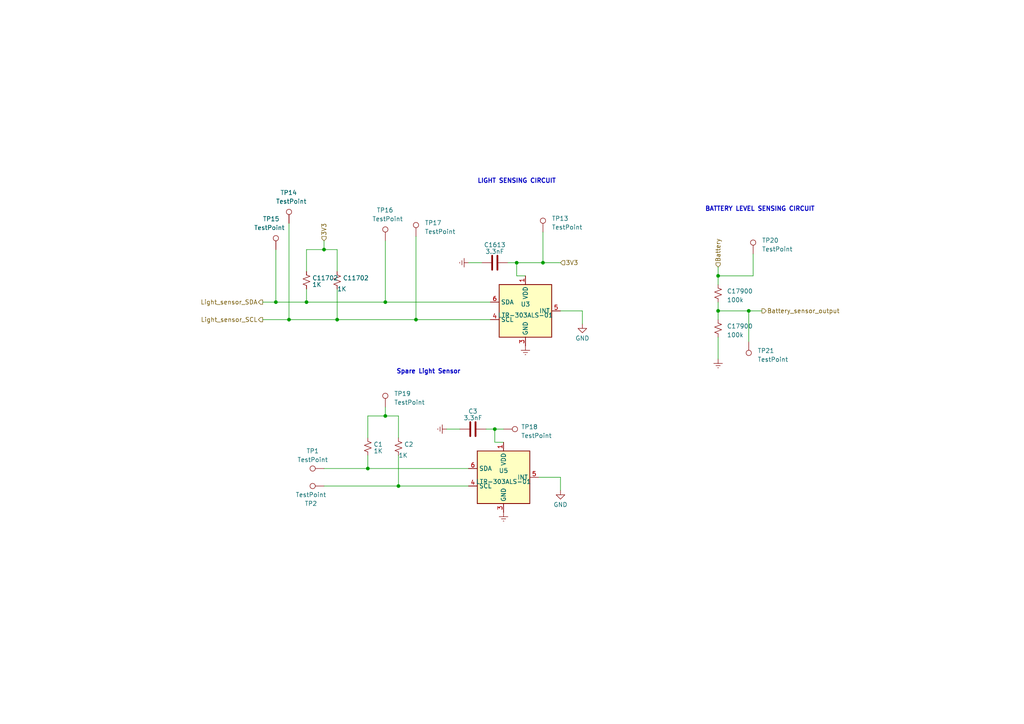
<source format=kicad_sch>
(kicad_sch (version 20230121) (generator eeschema)
  (paper "A4")
  (lib_symbols
    (symbol "Connector:TestPoint" (pin_numbers hide) (pin_names (offset 0.762) hide)
      (property "Reference" "TP" (at 0 6.858 0))
      (property "Value" "TestPoint" (at 0 5.08 0))
      (symbol "TestPoint_0_1"
        (circle (center 0 3.302) (radius 0.762))
      )
      (symbol "TestPoint_1_1"
        (pin passive line (at 0 0 90) (length 2.54) (name "1") (number "1"))
      )
    )
    (symbol "Device:C" (pin_numbers hide) (pin_names (offset 0.254))
      (property "Reference" "C" (at 0.635 2.54 0))
      (property "Value" "C" (at 0.635 -2.54 0))
      (symbol "C_0_1"
        (polyline (pts (xy -2.032 -0.762) (xy 2.032 -0.762)) (stroke (width 0.508)))
        (polyline (pts (xy -2.032 0.762) (xy 2.032 0.762)) (stroke (width 0.508)))
      )
      (symbol "C_1_1"
        (pin passive line (at 0 3.81 270) (length 2.794) (name "~") (number "1"))
        (pin passive line (at 0 -3.81 90) (length 2.794) (name "~") (number "2"))
      )
    )
    (symbol "Device:R_Small_US" (pin_numbers hide) (pin_names (offset 0.254) hide)
      (property "Reference" "R" (at 0.762 0.508 0))
      (property "Value" "R_Small_US" (at 0.762 -1.016 0))
      (symbol "R_Small_US_1_1"
        (polyline (pts (xy 0 0) (xy 1.016 -0.381) (xy 0 -0.762) (xy -1.016 -1.143) (xy 0 -1.524)))
        (polyline (pts (xy 0 1.524) (xy 1.016 1.143) (xy 0 0.762) (xy -1.016 0.381) (xy 0 0)))
        (pin passive line (at 0 2.54 270) (length 1.016) (name "~") (number "1"))
        (pin passive line (at 0 -2.54 90) (length 1.016) (name "~") (number "2"))
      )
    )
    (symbol "Sensor_Optical:LTR-303ALS-01"
      (property "Reference" "U" (at -7.62 8.89 0))
      (property "Value" "LTR-303ALS-01" (at 1.27 8.89 0))
      (symbol "LTR-303ALS-01_0_1"
        (rectangle (start -7.62 7.62) (end 7.62 -7.62) (stroke (width 0.254)) (fill (type background)))
      )
      (symbol "LTR-303ALS-01_1_1"
        (pin power_in line (at 0 10.16 270) (length 2.54) (name "VDD") (number "1"))
        (pin no_connect line (at 2.54 0 180) (length 2.54) hide (name "NC") (number "2"))
        (pin power_in line (at 0 -10.16 90) (length 2.54) (name "GND") (number "3"))
        (pin input line (at -10.16 -2.54 0) (length 2.54) (name "SCL") (number "4"))
        (pin open_collector line (at 10.16 0 180) (length 2.54) (name "INT") (number "5"))
        (pin bidirectional line (at -10.16 2.54 0) (length 2.54) (name "SDA") (number "6"))
      )
    )
    (symbol "power:Earth" (power) (pin_names (offset 0))
      (symbol "Earth_0_1"
        (polyline (pts (xy -0.635 -1.905) (xy 0.635 -1.905)))
        (polyline (pts (xy -0.127 -2.54) (xy 0.127 -2.54)))
        (polyline (pts (xy 0 -1.27) (xy 0 0)))
        (polyline (pts (xy 1.27 -1.27) (xy -1.27 -1.27)))
      )
      (symbol "Earth_1_1"
        (pin power_in line (at 0 0 270) (length 0) hide (name "Earth") (number "1"))
      )
    )
    (symbol "power:GND" (power) (pin_names (offset 0))
      (property "Value" "GND" (at 0 -3.81 0))
      (symbol "GND_0_1"
        (polyline (pts (xy 0 0) (xy 0 -1.27) (xy 1.27 -1.27) (xy 0 -2.54) (xy -1.27 -1.27) (xy 0 -1.27)))
      )
      (symbol "GND_1_1"
        (pin power_in line (at 0 0 270) (length 0) hide (name "GND") (number "1"))
      )
    )
  )
  (junction (at 208.28 80.01))
  (junction (at 93.98 72.39))
  (junction (at 115.57 140.97))
  (junction (at 111.76 120.65))
  (junction (at 143.51 124.46))
  (junction (at 97.79 92.71))
  (junction (at 80.01 87.63))
  (junction (at 88.9 87.63))
  (junction (at 106.68 135.89))
  (junction (at 120.65 92.71))
  (junction (at 157.48 76.2))
  (junction (at 83.82 92.71))
  (junction (at 111.76 87.63))
  (junction (at 208.28 90.17))
  (junction (at 149.86 76.2))
  (junction (at 217.17 90.17))
  (wire (pts (xy 146.05 128.27) (xy 143.51 128.27)))
  (wire (pts (xy 162.56 138.43) (xy 162.56 142.24)))
  (wire (pts (xy 129.54 124.46) (xy 133.35 124.46)))
  (wire (pts (xy 143.51 124.46) (xy 146.05 124.46)))
  (wire (pts (xy 93.98 72.39) (xy 97.79 72.39)))
  (wire (pts (xy 76.2 92.71) (xy 83.82 92.71)))
  (wire (pts (xy 76.2 87.63) (xy 80.01 87.63)))
  (wire (pts (xy 97.79 83.82) (xy 97.79 92.71)))
  (wire (pts (xy 93.98 140.97) (xy 115.57 140.97)))
  (wire (pts (xy 120.65 92.71) (xy 142.24 92.71)))
  (wire (pts (xy 111.76 118.11) (xy 111.76 120.65)))
  (wire (pts (xy 111.76 69.85) (xy 111.76 87.63)))
  (wire (pts (xy 162.56 138.43) (xy 156.21 138.43)))
  (wire (pts (xy 88.9 72.39) (xy 93.98 72.39)))
  (wire (pts (xy 106.68 127) (xy 106.68 120.65)))
  (wire (pts (xy 115.57 120.65) (xy 115.57 127)))
  (wire (pts (xy 80.01 87.63) (xy 88.9 87.63)))
  (wire (pts (xy 208.28 77.47) (xy 208.28 80.01)))
  (wire (pts (xy 149.86 80.01) (xy 149.86 76.2)))
  (wire (pts (xy 120.65 68.58) (xy 120.65 92.71)))
  (wire (pts (xy 140.97 124.46) (xy 143.51 124.46)))
  (wire (pts (xy 93.98 69.85) (xy 93.98 72.39)))
  (wire (pts (xy 208.28 97.79) (xy 208.28 104.14)))
  (wire (pts (xy 135.89 76.2) (xy 139.7 76.2)))
  (wire (pts (xy 168.91 90.17) (xy 168.91 93.98)))
  (wire (pts (xy 208.28 87.63) (xy 208.28 90.17)))
  (wire (pts (xy 88.9 78.74) (xy 88.9 72.39)))
  (wire (pts (xy 157.48 76.2) (xy 162.56 76.2)))
  (wire (pts (xy 218.44 80.01) (xy 218.44 73.66)))
  (wire (pts (xy 88.9 83.82) (xy 88.9 87.63)))
  (wire (pts (xy 106.68 132.08) (xy 106.68 135.89)))
  (wire (pts (xy 111.76 120.65) (xy 115.57 120.65)))
  (wire (pts (xy 157.48 67.31) (xy 157.48 76.2)))
  (wire (pts (xy 208.28 80.01) (xy 218.44 80.01)))
  (wire (pts (xy 97.79 92.71) (xy 120.65 92.71)))
  (wire (pts (xy 152.4 80.01) (xy 149.86 80.01)))
  (wire (pts (xy 83.82 64.77) (xy 83.82 92.71)))
  (wire (pts (xy 106.68 135.89) (xy 135.89 135.89)))
  (wire (pts (xy 143.51 128.27) (xy 143.51 124.46)))
  (wire (pts (xy 106.68 120.65) (xy 111.76 120.65)))
  (wire (pts (xy 168.91 90.17) (xy 162.56 90.17)))
  (wire (pts (xy 115.57 132.08) (xy 115.57 140.97)))
  (wire (pts (xy 83.82 92.71) (xy 97.79 92.71)))
  (wire (pts (xy 147.32 76.2) (xy 149.86 76.2)))
  (wire (pts (xy 217.17 90.17) (xy 217.17 99.06)))
  (wire (pts (xy 208.28 90.17) (xy 208.28 92.71)))
  (wire (pts (xy 115.57 140.97) (xy 135.89 140.97)))
  (wire (pts (xy 111.76 87.63) (xy 142.24 87.63)))
  (wire (pts (xy 97.79 72.39) (xy 97.79 78.74)))
  (wire (pts (xy 208.28 80.01) (xy 208.28 82.55)))
  (wire (pts (xy 149.86 76.2) (xy 157.48 76.2)))
  (wire (pts (xy 88.9 87.63) (xy 111.76 87.63)))
  (wire (pts (xy 80.01 72.39) (xy 80.01 87.63)))
  (wire (pts (xy 93.98 135.89) (xy 106.68 135.89)))
  (wire (pts (xy 217.17 90.17) (xy 220.98 90.17)))
  (wire (pts (xy 208.28 90.17) (xy 217.17 90.17)))
  (text "Spare Light Sensor" (at 114.935 108.585 0) (effects (font (size 1.27 1.27) (thickness 0.254) bold) (justify left bottom)))
  (text "BATTERY LEVEL SENSING CIRCUIT\n\n" (at 204.47 63.5 0) (effects (font (size 1.27 1.27) bold) (justify left bottom)))
  (text "LIGHT SENSING CIRCUIT" (at 138.43 53.34 0) (effects (font (size 1.27 1.27) bold) (justify left bottom)))
  (hierarchical_label "Light_sensor_SCL" (shape output) (at 76.2 92.71 180))
  (hierarchical_label "Battery_sensor_output" (shape output) (at 220.98 90.17 0))
  (hierarchical_label "3V3" (shape input) (at 93.98 69.85 90))
  (hierarchical_label "Light_sensor_SDA" (shape output) (at 76.2 87.63 180))
  (hierarchical_label "Battery" (shape input) (at 208.28 77.47 90))
  (hierarchical_label "3V3" (shape input) (at 162.56 76.2 0))
  (symbol (lib_id "power:Earth") (at 135.89 76.2 270) (unit 1)
    (property "Reference" "#PWR07" (effects hide))
    (property "Value" "Earth" (effects hide))
  )
  (symbol (lib_id "Device:C") (at 137.16 124.46 90) (unit 1)
    (property "Reference" "C3" (at 137.16 119.2911 90))
    (property "Value" "3.3nF" (at 137.16 121.2121 90))
    (property "Unit Price" "0.0058" (effects hide))
  )
  (symbol (lib_id "power:GND") (at 162.56 142.24 0) (unit 1)
    (property "Reference" "#PWR022" (effects hide))
    (property "Value" "GND" (at 162.56 146.3755 0))
  )
  (symbol (lib_id "Device:R_Small_US") (at 88.9 81.28 0) (unit 1)
    (property "Reference" "C11702" (at 90.551 80.6363 0) (effects (justify left)))
    (property "Value" "1K" (at 90.551 82.5573 0) (effects (justify left)))
    (property "Unit Price" "0.0005" (effects hide))
  )
  (symbol (lib_id "Connector:TestPoint") (at 93.98 135.89 90) (unit 1)
    (property "Reference" "TP1" (at 90.678 130.81 90))
    (property "Value" "TestPoint" (at 90.678 133.35 90))
  )
  (symbol (lib_id "power:Earth") (at 146.05 148.59 0) (unit 1)
    (property "Reference" "#PWR021" (effects hide))
    (property "Value" "Earth" (effects hide))
  )
  (symbol (lib_id "Device:R_Small_US") (at 106.68 129.54 0) (unit 1)
    (property "Reference" "C1" (at 108.331 128.8963 0) (effects (justify left)))
    (property "Value" "1K" (at 108.331 130.8173 0) (effects (justify left)))
    (property "Unit Price" "0.0005" (effects hide))
  )
  (symbol (lib_id "power:Earth") (at 208.28 104.14 0) (unit 1)
    (property "Reference" "#PWR08" (effects hide))
    (property "Value" "Earth" (effects hide))
  )
  (symbol (lib_id "Device:R_Small_US") (at 97.79 81.28 0) (unit 1)
    (property "Reference" "C11702" (at 99.441 80.6363 0) (effects (justify left)))
    (property "Value" "1K" (at 97.79 83.82 0) (effects (justify left)))
    (property "Unit Price" "0.0005" (effects hide))
  )
  (symbol (lib_id "power:Earth") (at 129.54 124.46 270) (unit 1)
    (property "Reference" "#PWR020" (effects hide))
    (property "Value" "Earth" (effects hide))
  )
  (symbol (lib_id "Connector:TestPoint") (at 83.82 64.77 0) (unit 1)
    (property "Reference" "TP14" (at 81.28 55.88 0) (effects (justify left)))
    (property "Value" "TestPoint" (at 80.01 58.42 0) (effects (justify left)))
  )
  (symbol (lib_id "Connector:TestPoint") (at 111.76 118.11 0) (unit 1)
    (property "Reference" "TP19" (at 114.3 114.173 0) (effects (justify left)))
    (property "Value" "TestPoint" (at 114.3 116.713 0) (effects (justify left)))
  )
  (symbol (lib_id "Connector:TestPoint") (at 93.98 140.97 90) (unit 1)
    (property "Reference" "TP2" (at 90.17 146.05 90))
    (property "Value" "TestPoint" (at 90.17 143.51 90))
  )
  (symbol (lib_id "Connector:TestPoint") (at 111.76 69.85 0) (unit 1)
    (property "Reference" "TP16" (at 109.22 60.96 0) (effects (justify left)))
    (property "Value" "TestPoint" (at 107.95 63.5 0) (effects (justify left)))
  )
  (symbol (lib_id "Connector:TestPoint") (at 218.44 73.66 0) (unit 1)
    (property "Reference" "TP20" (at 220.98 69.723 0) (effects (justify left)))
    (property "Value" "TestPoint" (at 220.98 72.263 0) (effects (justify left)))
  )
  (symbol (lib_id "Device:R_Small_US") (at 115.57 129.54 0) (unit 1)
    (property "Reference" "C2" (at 117.221 128.8963 0) (effects (justify left)))
    (property "Value" "1K" (at 115.57 132.08 0) (effects (justify left)))
    (property "Unit Price" "0.0005" (effects hide))
  )
  (symbol (lib_id "Connector:TestPoint") (at 157.48 67.31 0) (unit 1)
    (property "Reference" "TP13" (at 160.02 63.373 0) (effects (justify left)))
    (property "Value" "TestPoint" (at 160.02 65.913 0) (effects (justify left)))
  )
  (symbol (lib_id "Connector:TestPoint") (at 80.01 72.39 0) (unit 1)
    (property "Reference" "TP15" (at 76.2 63.5 0) (effects (justify left)))
    (property "Value" "TestPoint" (at 73.66 66.04 0) (effects (justify left)))
  )
  (symbol (lib_id "Connector:TestPoint") (at 146.05 124.46 270) (unit 1)
    (property "Reference" "TP18" (at 151.13 123.825 90) (effects (justify left)))
    (property "Value" "TestPoint" (at 151.13 126.365 90) (effects (justify left)))
  )
  (symbol (lib_id "power:Earth") (at 152.4 100.33 0) (unit 1)
    (property "Reference" "#PWR06" (effects hide))
    (property "Value" "Earth" (effects hide))
  )
  (symbol (lib_id "Device:C") (at 143.51 76.2 90) (unit 1)
    (property "Reference" "C1613" (at 143.51 71.0311 90))
    (property "Value" "3.3nF" (at 143.51 72.9521 90))
    (property "Unit Price" "0.0058" (effects hide))
  )
  (symbol (lib_id "Device:R_Small_US") (at 208.28 85.09 180) (unit 1)
    (property "Reference" "C17900" (at 210.82 84.455 0) (effects (justify right)))
    (property "Value" "100k" (at 210.82 86.995 0) (effects (justify right)))
    (property "Unit Price" "0.003" (effects hide))
  )
  (symbol (lib_id "Device:R_Small_US") (at 208.28 95.25 180) (unit 1)
    (property "Reference" "C17900" (at 210.82 94.615 0) (effects (justify right)))
    (property "Value" "100k" (at 210.82 97.155 0) (effects (justify right)))
    (property "Unit Price" "0.003" (effects hide))
  )
  (symbol (lib_id "Sensor_Optical:LTR-303ALS-01") (at 152.4 90.17 0) (unit 1)
    (property "Reference" "U3" (at 152.4 88.249 0))
    (property "Value" "LTR-303ALS-01" (at 152.4 91.44 0))
    (property "Footprint" "OptoDevice:Lite-On_LTR-303ALS-01" (effects hide))
    (property "Datasheet" "http://optoelectronics.liteon.com/upload/download/DS86-2013-0004/LTR-303ALS-01_DS_V1.pdf" (effects hide))
    (property "Extended" "YES" (effects hide))
    (property "Unit Price" "0.3887" (effects hide))
  )
  (symbol (lib_id "power:GND") (at 168.91 93.98 0) (unit 1)
    (property "Reference" "#PWR017" (effects hide))
    (property "Value" "GND" (at 168.91 98.1155 0))
  )
  (symbol (lib_id "Sensor_Optical:LTR-303ALS-01") (at 146.05 138.43 0) (unit 1)
    (property "Reference" "U5" (at 146.05 136.509 0))
    (property "Value" "LTR-303ALS-01" (at 146.05 139.7 0))
    (property "Footprint" "OptoDevice:Lite-On_LTR-303ALS-01" (effects hide))
    (property "Datasheet" "http://optoelectronics.liteon.com/upload/download/DS86-2013-0004/LTR-303ALS-01_DS_V1.pdf" (effects hide))
    (property "Extended" "YES" (effects hide))
    (property "Unit Price" "0.3887" (effects hide))
  )
  (symbol (lib_id "Connector:TestPoint") (at 217.17 99.06 180) (unit 1)
    (property "Reference" "TP21" (at 219.71 101.727 0) (effects (justify right)))
    (property "Value" "TestPoint" (at 219.71 104.267 0) (effects (justify right)))
  )
  (symbol (lib_id "Connector:TestPoint") (at 120.65 68.58 0) (unit 1)
    (property "Reference" "TP17" (at 123.19 64.643 0) (effects (justify left)))
    (property "Value" "TestPoint" (at 123.19 67.183 0) (effects (justify left)))
  )
)
</source>
